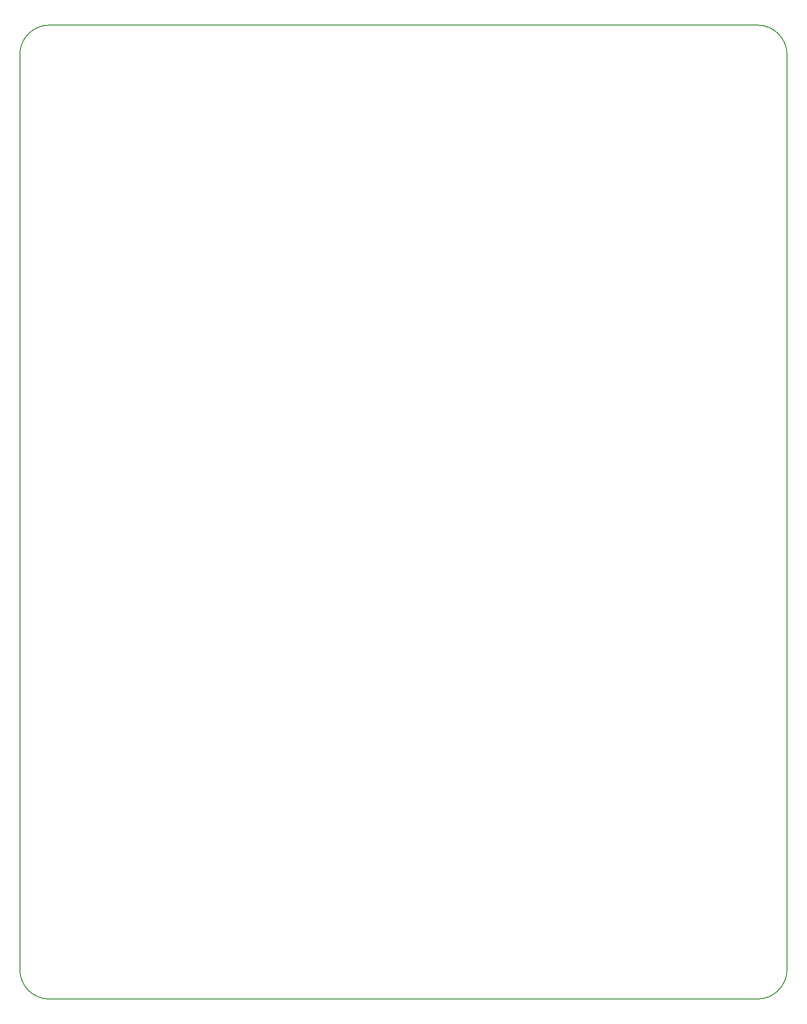
<source format=gm1>
G04 #@! TF.GenerationSoftware,KiCad,Pcbnew,9.0.5*
G04 #@! TF.CreationDate,2025-10-19T17:50:37-05:00*
G04 #@! TF.ProjectId,AI_Board_Rev_B,41495f42-6f61-4726-945f-5265765f422e,B*
G04 #@! TF.SameCoordinates,Original*
G04 #@! TF.FileFunction,Profile,NP*
%FSLAX46Y46*%
G04 Gerber Fmt 4.6, Leading zero omitted, Abs format (unit mm)*
G04 Created by KiCad (PCBNEW 9.0.5) date 2025-10-19 17:50:37*
%MOMM*%
%LPD*%
G01*
G04 APERTURE LIST*
G04 #@! TA.AperFunction,Profile*
%ADD10C,0.200000*%
G04 #@! TD*
G04 APERTURE END LIST*
D10*
X140090400Y-15090400D02*
G75*
G02*
X145090400Y-20090400I0J-5000000D01*
G01*
X20090400Y-180090400D02*
G75*
G02*
X15090400Y-175090400I0J5000000D01*
G01*
X15090400Y-20090400D02*
X15090400Y-175090400D01*
X20090400Y-180090400D02*
X140090400Y-180090400D01*
X15090400Y-20090400D02*
G75*
G02*
X20090400Y-15090400I5000000J0D01*
G01*
X20090400Y-15090400D02*
X140090400Y-15090400D01*
X145090400Y-175090400D02*
G75*
G02*
X140090400Y-180090400I-5000000J0D01*
G01*
X145090400Y-175090400D02*
X145090400Y-20090400D01*
M02*

</source>
